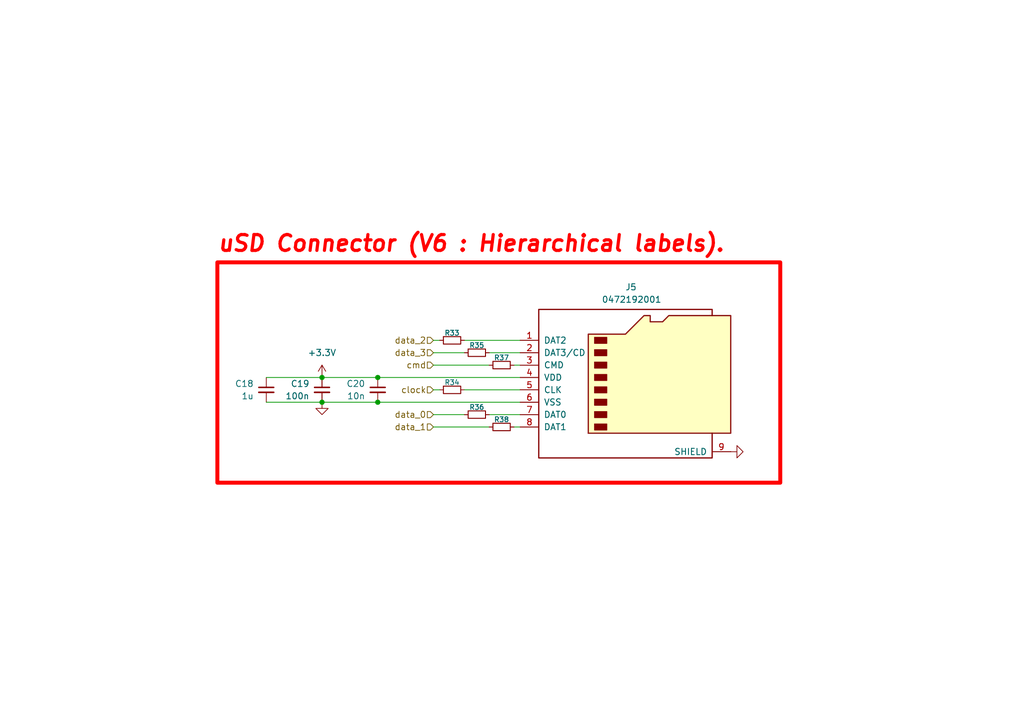
<source format=kicad_sch>
(kicad_sch (version 20250114) (generator "eeschema") (generator_version "9.0")
  (paper "A5")
  (lib_symbols
    (symbol "Connector:Micro_SD_Card" (pin_names (offset 1.016))
      (property "Reference" "J" (at -16.51 15.24 0))
      (property "Value" "Micro_SD_Card" (at 16.51 15.24 0))
      (symbol "Micro_SD_Card_0_1"
        (polyline (pts (xy -8.89 -11.43) (xy -8.89 8.89) (xy -1.27 8.89) (xy 2.54 12.7) (xy 3.81 12.7) (xy 3.81 11.43) (xy 6.35 11.43) (xy 7.62 12.7) (xy 20.32 12.7) (xy 20.32 -11.43) (xy -8.89 -11.43)) (stroke (width 0.254)) (fill (type background)))
        (rectangle (start -7.62 8.255) (end -5.08 6.985) (fill (type outline)))
        (rectangle (start -7.62 5.715) (end -5.08 4.445) (fill (type outline)))
        (rectangle (start -7.62 3.175) (end -5.08 1.905) (fill (type outline)))
        (rectangle (start -7.62 0.635) (end -5.08 -0.635) (fill (type outline)))
        (rectangle (start -7.62 -1.905) (end -5.08 -3.175) (fill (type outline)))
        (rectangle (start -7.62 -4.445) (end -5.08 -5.715) (fill (type outline)))
        (rectangle (start -7.62 -6.985) (end -5.08 -8.255) (fill (type outline)))
        (rectangle (start -7.62 -9.525) (end -5.08 -10.795) (fill (type outline)))
        (polyline (pts (xy 16.51 12.7) (xy 16.51 13.97) (xy -19.05 13.97) (xy -19.05 -16.51) (xy 16.51 -16.51) (xy 16.51 -11.43)) (stroke (width 0.254)))
      )
      (symbol "Micro_SD_Card_1_1"
        (pin bidirectional line (at -22.86 7.62 0) (length 3.81) (name "DAT2") (number "1"))
        (pin bidirectional line (at -22.86 5.08 0) (length 3.81) (name "DAT3/CD") (number "2"))
        (pin input line (at -22.86 2.54 0) (length 3.81) (name "CMD") (number "3"))
        (pin power_in line (at -22.86 0 0) (length 3.81) (name "VDD") (number "4"))
        (pin input line (at -22.86 -2.54 0) (length 3.81) (name "CLK") (number "5"))
        (pin power_in line (at -22.86 -5.08 0) (length 3.81) (name "VSS") (number "6"))
        (pin bidirectional line (at -22.86 -7.62 0) (length 3.81) (name "DAT0") (number "7"))
        (pin bidirectional line (at -22.86 -10.16 0) (length 3.81) (name "DAT1") (number "8"))
        (pin passive line (at 20.32 -15.24 180) (length 3.81) (name "SHIELD") (number "9"))
      )
    )
    (symbol "Device:C_Small" (pin_numbers (hide yes)) (pin_names (offset 0.254) (hide yes))
      (property "Reference" "C" (at 0.254 1.778 0))
      (property "Value" "C_Small" (at 0.254 -2.032 0))
      (symbol "C_Small_0_1"
        (polyline (pts (xy -1.524 0.508) (xy 1.524 0.508)) (stroke (width 0.3048)))
        (polyline (pts (xy -1.524 -0.508) (xy 1.524 -0.508)) (stroke (width 0.3302)))
      )
      (symbol "C_Small_1_1"
        (pin passive line (at 0 2.54 270) (length 2.032) (name "~") (number "1"))
        (pin passive line (at 0 -2.54 90) (length 2.032) (name "~") (number "2"))
      )
    )
    (symbol "Device:R_Small" (pin_numbers (hide yes)) (pin_names (offset 0.254) (hide yes))
      (property "Reference" "R" (at 0 0 90))
      (property "Value" "R_Small" (at 1.778 0 90))
      (symbol "R_Small_0_1"
        (rectangle (start -0.762 1.778) (end 0.762 -1.778) (stroke (width 0.2032)))
      )
      (symbol "R_Small_1_1"
        (pin passive line (at 0 2.54 270) (length 0.762) (name "~") (number "1"))
        (pin passive line (at 0 -2.54 90) (length 0.762) (name "~") (number "2"))
      )
    )
    (symbol "power:+3.3V" (power) (pin_numbers (hide yes)) (pin_names (offset 0) (hide yes))
      (property "Value" "+3.3V" (at 0 3.556 0))
      (symbol "+3.3V_0_1"
        (polyline (pts (xy -0.762 1.27) (xy 0 2.54)))
        (polyline (pts (xy 0 2.54) (xy 0.762 1.27)))
        (polyline (pts (xy 0 0) (xy 0 2.54)))
      )
      (symbol "+3.3V_1_1"
        (pin power_in line (at 0 0 90) (length 0) (name "~") (number "1"))
      )
    )
    (symbol "power:GND" (power) (pin_numbers (hide yes)) (pin_names (offset 0) (hide yes))
      (property "Value" "GND" (at 0 -3.81 0))
      (symbol "GND_0_1"
        (polyline (pts (xy 0 0) (xy 0 -1.27) (xy 1.27 -1.27) (xy 0 -2.54) (xy -1.27 -1.27) (xy 0 -1.27)))
      )
      (symbol "GND_1_1"
        (pin power_in line (at 0 0 270) (length 0) (name "~") (number "1"))
      )
    )
  )
  (rectangle (start 44.577 53.848) (end 160.02 99.06) (stroke (width 0.8128) (color 255 0 0 1)))
  (text "uSD Connector (V6 : Hierarchical labels)." (at 44.45 52.07 0) (effects (font (size 3.2512 3.2512) (thickness 0.6502) (bold yes) (italic yes)) (justify left bottom)))
  (junction (at 66.04 77.47))
  (junction (at 66.04 82.55))
  (junction (at 77.47 82.55))
  (junction (at 77.47 77.47))
  (wire (pts (xy 88.9 85.09) (xy 95.25 85.09)))
  (wire (pts (xy 88.9 72.39) (xy 95.25 72.39)))
  (wire (pts (xy 66.04 82.55) (xy 54.61 82.55)))
  (wire (pts (xy 77.47 77.47) (xy 106.68 77.47)))
  (wire (pts (xy 100.33 72.39) (xy 106.68 72.39)))
  (wire (pts (xy 88.9 74.93) (xy 100.33 74.93)))
  (wire (pts (xy 105.41 74.93) (xy 106.68 74.93)))
  (wire (pts (xy 66.04 77.47) (xy 77.47 77.47)))
  (wire (pts (xy 66.04 82.55) (xy 77.47 82.55)))
  (wire (pts (xy 95.25 80.01) (xy 106.68 80.01)))
  (wire (pts (xy 105.41 87.63) (xy 106.68 87.63)))
  (wire (pts (xy 90.17 69.85) (xy 88.9 69.85)))
  (wire (pts (xy 88.9 80.01) (xy 90.17 80.01)))
  (wire (pts (xy 100.33 85.09) (xy 106.68 85.09)))
  (wire (pts (xy 77.47 82.55) (xy 106.68 82.55)))
  (wire (pts (xy 54.61 77.47) (xy 66.04 77.47)))
  (wire (pts (xy 95.25 69.85) (xy 106.68 69.85)))
  (wire (pts (xy 88.9 87.63) (xy 100.33 87.63)))
  (hierarchical_label "data_2" (shape input) (at 88.9 69.85 180))
  (hierarchical_label "clock" (shape input) (at 88.9 80.01 180))
  (hierarchical_label "data_1" (shape input) (at 88.9 87.63 180))
  (hierarchical_label "cmd" (shape input) (at 88.9 74.93 180))
  (hierarchical_label "data_0" (shape input) (at 88.9 85.09 180))
  (hierarchical_label "data_3" (shape input) (at 88.9 72.39 180))
  (symbol (lib_id "Device:R_Small") (at 92.71 69.85 90) (unit 1)
    (property "Reference" "R33" (at 92.71 68.326 90) (effects (font (size 1.016 1.016))))
    (property "Value" "R_Small" (effects (hide yes)))
    (property "Footprint" "Resistor_SMD:R_1206_3216Metric_Pad1.30x1.75mm_HandSolder" (effects (hide yes)))
    (property "Description" "Resistor, small symbol" (effects (hide yes)))
  )
  (symbol (lib_id "Device:R_Small") (at 92.71 80.01 90) (unit 1)
    (property "Reference" "R34" (at 92.71 78.486 90) (effects (font (size 1.016 1.016))))
    (property "Value" "R_Small" (effects (hide yes)))
    (property "Footprint" "Resistor_SMD:R_1206_3216Metric_Pad1.30x1.75mm_HandSolder" (effects (hide yes)))
    (property "Description" "Resistor, small symbol" (effects (hide yes)))
  )
  (symbol (lib_id "Device:R_Small") (at 97.79 72.39 90) (unit 1)
    (property "Reference" "R35" (at 97.79 70.866 90) (effects (font (size 1.016 1.016))))
    (property "Value" "R_Small" (effects (hide yes)))
    (property "Footprint" "Resistor_SMD:R_1206_3216Metric_Pad1.30x1.75mm_HandSolder" (effects (hide yes)))
    (property "Description" "Resistor, small symbol" (effects (hide yes)))
  )
  (symbol (lib_id "Device:R_Small") (at 97.79 85.09 90) (unit 1)
    (property "Reference" "R36" (at 97.79 83.566 90) (effects (font (size 1.016 1.016))))
    (property "Value" "R_Small" (effects (hide yes)))
    (property "Footprint" "Resistor_SMD:R_1206_3216Metric_Pad1.30x1.75mm_HandSolder" (effects (hide yes)))
    (property "Description" "Resistor, small symbol" (effects (hide yes)))
  )
  (symbol (lib_id "Device:R_Small") (at 102.87 74.93 90) (unit 1)
    (property "Reference" "R37" (at 102.87 73.406 90) (effects (font (size 1.016 1.016))))
    (property "Value" "R_Small" (effects (hide yes)))
    (property "Footprint" "Resistor_SMD:R_1206_3216Metric_Pad1.30x1.75mm_HandSolder" (effects (hide yes)))
    (property "Description" "Resistor, small symbol" (effects (hide yes)))
  )
  (symbol (lib_id "Device:C_Small") (at 54.61 80.01 0) (mirror y) (unit 1)
    (property "Reference" "C18" (at 52.07 78.7462 0) (effects (justify left)))
    (property "Value" "1u" (at 52.07 81.2862 0) (effects (justify left)))
    (property "Footprint" "Capacitor_SMD:C_1206_3216Metric_Pad1.33x1.80mm_HandSolder" (effects (hide yes)))
    (property "Description" "Unpolarized capacitor, small symbol" (effects (hide yes)))
  )
  (symbol (lib_id "Device:C_Small") (at 66.04 80.01 0) (mirror y) (unit 1)
    (property "Reference" "C19" (at 63.5 78.7462 0) (effects (justify left)))
    (property "Value" "100n" (at 63.5 81.2862 0) (effects (justify left)))
    (property "Footprint" "Capacitor_SMD:C_1206_3216Metric_Pad1.33x1.80mm_HandSolder" (effects (hide yes)))
    (property "Description" "Unpolarized capacitor, small symbol" (effects (hide yes)))
  )
  (symbol (lib_id "Connector:Micro_SD_Card") (at 129.54 77.47 0) (unit 1)
    (property "Reference" "J5" (at 129.413 58.928 0))
    (property "Value" "0472192001" (at 129.54 61.468 0))
    (property "Footprint" "pcb:microSD_HC_Molex_47219-2001" (effects (hide yes)))
    (property "Datasheet" "https://www.we-online.com/components/products/datasheet/693072010801.pdf" (effects (hide yes)))
    (property "Description" "Micro SD Card Socket" (effects (hide yes)))
  )
  (symbol (lib_id "power:GND") (at 66.04 82.55 0) (unit 1)
    (property "Reference" "#PWR064" (effects (hide yes)))
    (property "Value" "GND" (effects (hide yes)))
    (property "Description" "Power symbol creates a global label with name \"GND\" , ground" (effects (hide yes)))
  )
  (symbol (lib_id "power:+3.3V") (at 66.04 77.47 0) (unit 1)
    (property "Reference" "#PWR063" (effects (hide yes)))
    (property "Value" "+3.3V" (at 66.04 72.39 0))
    (property "Description" "Power symbol creates a global label with name \"+3.3V\"" (effects (hide yes)))
  )
  (symbol (lib_id "power:GND") (at 149.86 92.71 90) (unit 1)
    (property "Reference" "#PWR065" (effects (hide yes)))
    (property "Value" "GND" (effects (hide yes)))
    (property "Description" "Power symbol creates a global label with name \"GND\" , ground" (effects (hide yes)))
  )
  (symbol (lib_id "Device:R_Small") (at 102.87 87.63 90) (unit 1)
    (property "Reference" "R38" (at 102.87 86.106 90) (effects (font (size 1.016 1.016))))
    (property "Value" "R_Small" (effects (hide yes)))
    (property "Footprint" "Resistor_SMD:R_1206_3216Metric_Pad1.30x1.75mm_HandSolder" (effects (hide yes)))
    (property "Description" "Resistor, small symbol" (effects (hide yes)))
  )
  (symbol (lib_id "Device:C_Small") (at 77.47 80.01 0) (mirror y) (unit 1)
    (property "Reference" "C20" (at 74.93 78.7462 0) (effects (justify left)))
    (property "Value" "10n" (at 74.93 81.2862 0) (effects (justify left)))
    (property "Footprint" "Capacitor_SMD:C_1206_3216Metric_Pad1.33x1.80mm_HandSolder" (effects (hide yes)))
    (property "Description" "Unpolarized capacitor, small symbol" (effects (hide yes)))
  )
)
</source>
